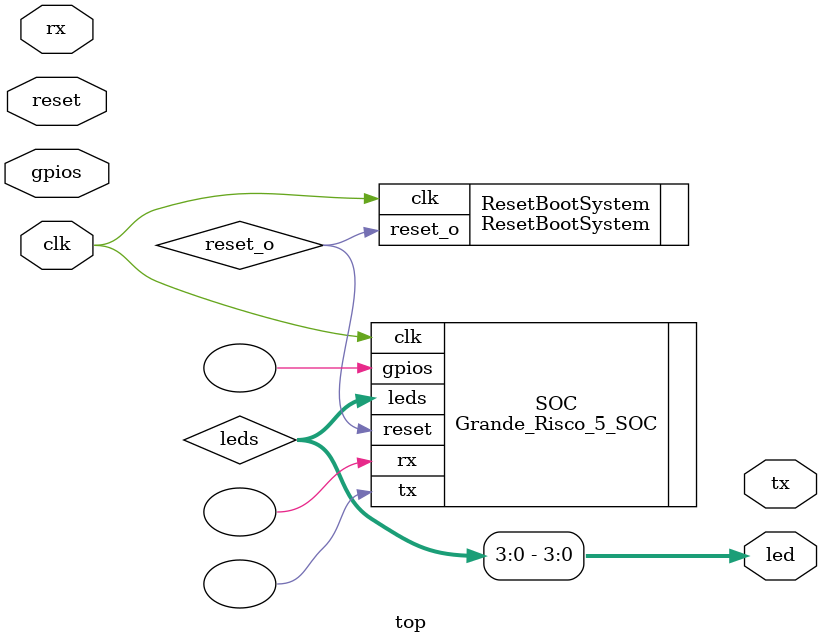
<source format=v>
module top (
    input wire clk,
    input wire reset,
    input wire rx,
    output wire tx,
    output wire [3:0]led,
    inout [5:0]gpios
);

wire reset_o;
wire [7:0] leds;

assign led = leds[3:0];

ResetBootSystem #(
    .CYCLES(20)
) ResetBootSystem(
    .clk     (clk),
    .reset_o (reset_o)
);

Grande_Risco_5_SOC #(
    .CLOCK_FREQ       (100000000),
    .BAUD_RATE        (115200),
    .MEMORY_SIZE      (4096),
    .MEMORY_FILE      ("../../verification_tests/memory/led_test.hex"),
    .GPIO_WIDHT       (6),
    .UART_BUFFER_SIZE (16)
) SOC (
    .clk   (clk),
    .reset (reset_o),
    .leds  (leds),
    .rx    (),
    .tx    (),
    .gpios ()
);


endmodule

</source>
